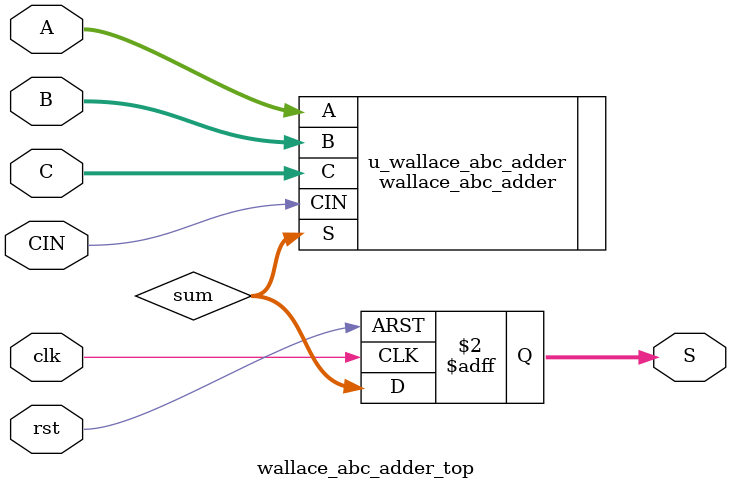
<source format=v>
module wallace_abc_adder_top ( clk, rst, A, B, C, CIN, S );

input             clk;
input             rst;
input      [31:0] A, B, C;
input             CIN;
output reg [31:0] S;

wire [31:0] sum;

wallace_abc_adder u_wallace_abc_adder (.A(A), .B(B), .C(C), .CIN(CIN), .S(sum));

always @(posedge clk, posedge rst)
begin
  if(rst)
  begin
    S <= 32'd0;
  end
  else
  begin
    S <= sum;
  end
end

endmodule


</source>
